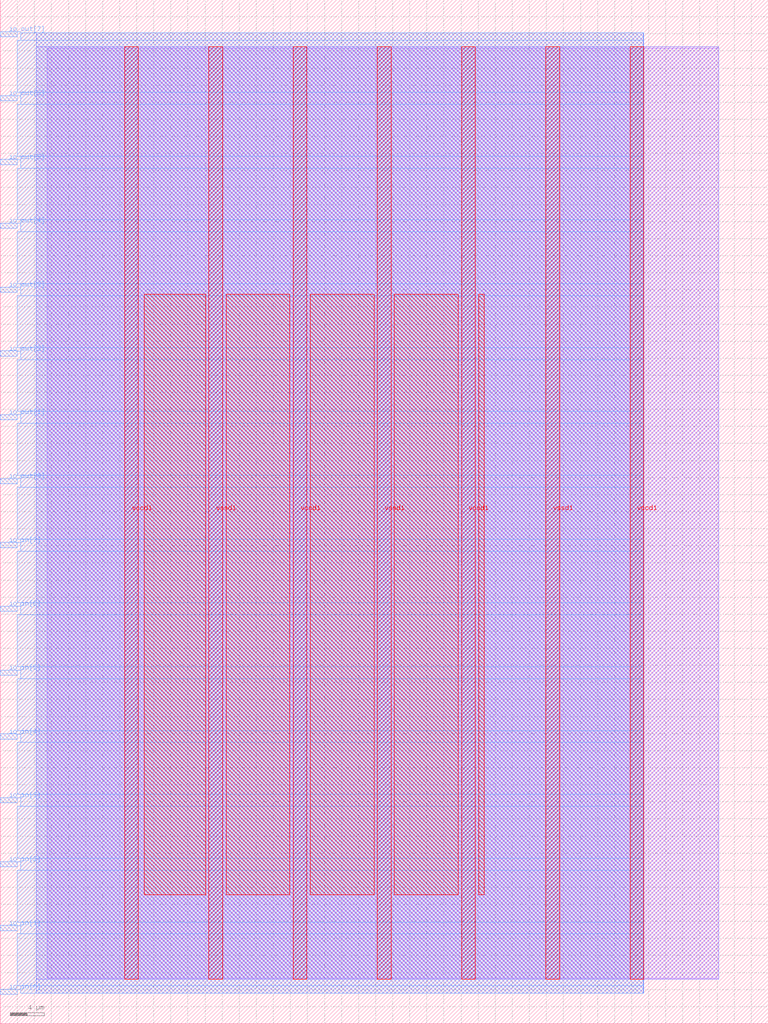
<source format=lef>
VERSION 5.7 ;
  NOWIREEXTENSIONATPIN ON ;
  DIVIDERCHAR "/" ;
  BUSBITCHARS "[]" ;
MACRO user_module_347592305412145748
  CLASS BLOCK ;
  FOREIGN user_module_347592305412145748 ;
  ORIGIN 0.000 0.000 ;
  SIZE 90.000 BY 120.000 ;
  PIN io_in[0]
    DIRECTION INPUT ;
    USE SIGNAL ;
    PORT
      LAYER met3 ;
        RECT 0.000 3.440 2.000 4.040 ;
    END
  END io_in[0]
  PIN io_in[1]
    DIRECTION INPUT ;
    USE SIGNAL ;
    PORT
      LAYER met3 ;
        RECT 0.000 10.920 2.000 11.520 ;
    END
  END io_in[1]
  PIN io_in[2]
    DIRECTION INPUT ;
    USE SIGNAL ;
    PORT
      LAYER met3 ;
        RECT 0.000 18.400 2.000 19.000 ;
    END
  END io_in[2]
  PIN io_in[3]
    DIRECTION INPUT ;
    USE SIGNAL ;
    PORT
      LAYER met3 ;
        RECT 0.000 25.880 2.000 26.480 ;
    END
  END io_in[3]
  PIN io_in[4]
    DIRECTION INPUT ;
    USE SIGNAL ;
    PORT
      LAYER met3 ;
        RECT 0.000 33.360 2.000 33.960 ;
    END
  END io_in[4]
  PIN io_in[5]
    DIRECTION INPUT ;
    USE SIGNAL ;
    PORT
      LAYER met3 ;
        RECT 0.000 40.840 2.000 41.440 ;
    END
  END io_in[5]
  PIN io_in[6]
    DIRECTION INPUT ;
    USE SIGNAL ;
    PORT
      LAYER met3 ;
        RECT 0.000 48.320 2.000 48.920 ;
    END
  END io_in[6]
  PIN io_in[7]
    DIRECTION INPUT ;
    USE SIGNAL ;
    PORT
      LAYER met3 ;
        RECT 0.000 55.800 2.000 56.400 ;
    END
  END io_in[7]
  PIN io_out[0]
    DIRECTION OUTPUT TRISTATE ;
    USE SIGNAL ;
    PORT
      LAYER met3 ;
        RECT 0.000 63.280 2.000 63.880 ;
    END
  END io_out[0]
  PIN io_out[1]
    DIRECTION OUTPUT TRISTATE ;
    USE SIGNAL ;
    PORT
      LAYER met3 ;
        RECT 0.000 70.760 2.000 71.360 ;
    END
  END io_out[1]
  PIN io_out[2]
    DIRECTION OUTPUT TRISTATE ;
    USE SIGNAL ;
    PORT
      LAYER met3 ;
        RECT 0.000 78.240 2.000 78.840 ;
    END
  END io_out[2]
  PIN io_out[3]
    DIRECTION OUTPUT TRISTATE ;
    USE SIGNAL ;
    PORT
      LAYER met3 ;
        RECT 0.000 85.720 2.000 86.320 ;
    END
  END io_out[3]
  PIN io_out[4]
    DIRECTION OUTPUT TRISTATE ;
    USE SIGNAL ;
    PORT
      LAYER met3 ;
        RECT 0.000 93.200 2.000 93.800 ;
    END
  END io_out[4]
  PIN io_out[5]
    DIRECTION OUTPUT TRISTATE ;
    USE SIGNAL ;
    PORT
      LAYER met3 ;
        RECT 0.000 100.680 2.000 101.280 ;
    END
  END io_out[5]
  PIN io_out[6]
    DIRECTION OUTPUT TRISTATE ;
    USE SIGNAL ;
    PORT
      LAYER met3 ;
        RECT 0.000 108.160 2.000 108.760 ;
    END
  END io_out[6]
  PIN io_out[7]
    DIRECTION OUTPUT TRISTATE ;
    USE SIGNAL ;
    PORT
      LAYER met3 ;
        RECT 0.000 115.640 2.000 116.240 ;
    END
  END io_out[7]
  PIN vccd1
    DIRECTION INOUT ;
    USE POWER ;
    PORT
      LAYER met4 ;
        RECT 14.590 5.200 16.190 114.480 ;
    END
    PORT
      LAYER met4 ;
        RECT 34.330 5.200 35.930 114.480 ;
    END
    PORT
      LAYER met4 ;
        RECT 54.070 5.200 55.670 114.480 ;
    END
    PORT
      LAYER met4 ;
        RECT 73.810 5.200 75.410 114.480 ;
    END
  END vccd1
  PIN vssd1
    DIRECTION INOUT ;
    USE GROUND ;
    PORT
      LAYER met4 ;
        RECT 24.460 5.200 26.060 114.480 ;
    END
    PORT
      LAYER met4 ;
        RECT 44.200 5.200 45.800 114.480 ;
    END
    PORT
      LAYER met4 ;
        RECT 63.940 5.200 65.540 114.480 ;
    END
  END vssd1
  OBS
      LAYER li1 ;
        RECT 5.520 5.355 84.180 114.325 ;
      LAYER met1 ;
        RECT 4.210 5.200 84.180 114.480 ;
      LAYER met2 ;
        RECT 4.230 3.555 75.380 116.125 ;
      LAYER met3 ;
        RECT 2.400 115.240 75.400 116.105 ;
        RECT 2.000 109.160 75.400 115.240 ;
        RECT 2.400 107.760 75.400 109.160 ;
        RECT 2.000 101.680 75.400 107.760 ;
        RECT 2.400 100.280 75.400 101.680 ;
        RECT 2.000 94.200 75.400 100.280 ;
        RECT 2.400 92.800 75.400 94.200 ;
        RECT 2.000 86.720 75.400 92.800 ;
        RECT 2.400 85.320 75.400 86.720 ;
        RECT 2.000 79.240 75.400 85.320 ;
        RECT 2.400 77.840 75.400 79.240 ;
        RECT 2.000 71.760 75.400 77.840 ;
        RECT 2.400 70.360 75.400 71.760 ;
        RECT 2.000 64.280 75.400 70.360 ;
        RECT 2.400 62.880 75.400 64.280 ;
        RECT 2.000 56.800 75.400 62.880 ;
        RECT 2.400 55.400 75.400 56.800 ;
        RECT 2.000 49.320 75.400 55.400 ;
        RECT 2.400 47.920 75.400 49.320 ;
        RECT 2.000 41.840 75.400 47.920 ;
        RECT 2.400 40.440 75.400 41.840 ;
        RECT 2.000 34.360 75.400 40.440 ;
        RECT 2.400 32.960 75.400 34.360 ;
        RECT 2.000 26.880 75.400 32.960 ;
        RECT 2.400 25.480 75.400 26.880 ;
        RECT 2.000 19.400 75.400 25.480 ;
        RECT 2.400 18.000 75.400 19.400 ;
        RECT 2.000 11.920 75.400 18.000 ;
        RECT 2.400 10.520 75.400 11.920 ;
        RECT 2.000 4.440 75.400 10.520 ;
        RECT 2.400 3.575 75.400 4.440 ;
      LAYER met4 ;
        RECT 16.855 15.135 24.060 85.505 ;
        RECT 26.460 15.135 33.930 85.505 ;
        RECT 36.330 15.135 43.800 85.505 ;
        RECT 46.200 15.135 53.670 85.505 ;
        RECT 56.070 15.135 56.745 85.505 ;
  END
END user_module_347592305412145748
END LIBRARY


</source>
